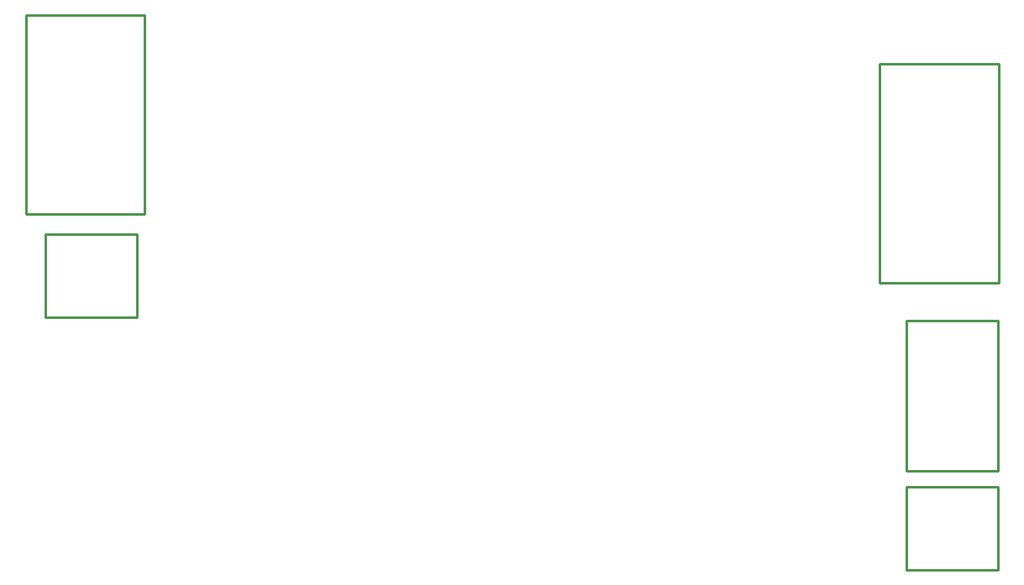
<source format=gm1>
G04*
G04 #@! TF.GenerationSoftware,Altium Limited,Altium Designer,25.4.2 (15)*
G04*
G04 Layer_Color=16711935*
%FSLAX44Y44*%
%MOMM*%
G71*
G04*
G04 #@! TF.SameCoordinates,E3562E81-9C74-4326-8BCA-3B8FE58CD66A*
G04*
G04*
G04 #@! TF.FilePolarity,Positive*
G04*
G01*
G75*
%ADD16C,0.2540*%
D16*
X-29990Y364500D02*
X62010D01*
X-29990D02*
X-29990Y280500D01*
X62010D01*
Y364500D01*
X838000Y125000D02*
X930000D01*
Y277000D02*
X930000Y125500D01*
X838000Y277000D02*
X930000D01*
X838000Y125000D02*
Y277000D01*
X837990Y25500D02*
Y109500D01*
X929990D01*
X929990Y25500D01*
X837990D02*
X929990D01*
X-50000Y585000D02*
X70000D01*
X-50000D02*
X-50000Y384200D01*
X70000D01*
Y585000D01*
X810550Y314700D02*
X930550D01*
X930550Y535800D02*
X930550Y314700D01*
X810550Y535800D02*
X930550D01*
X810550Y314700D02*
Y535800D01*
M02*

</source>
